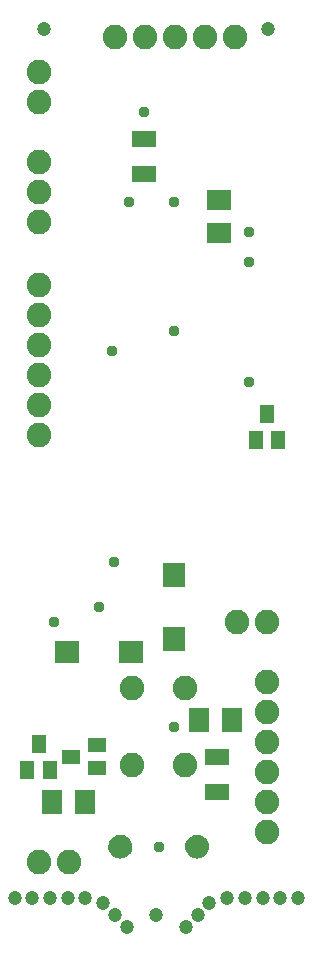
<source format=gbr>
G04 EAGLE Gerber RS-274X export*
G75*
%MOMM*%
%FSLAX34Y34*%
%LPD*%
%INSoldermask Bottom*%
%IPPOS*%
%AMOC8*
5,1,8,0,0,1.08239X$1,22.5*%
G01*
%ADD10C,1.203200*%
%ADD11R,2.018500X1.367800*%
%ADD12R,2.001300X1.928500*%
%ADD13R,1.928500X2.001300*%
%ADD14C,2.082800*%
%ADD15R,1.603200X1.203200*%
%ADD16R,1.203200X1.603200*%
%ADD17R,2.006200X1.803200*%
%ADD18R,1.803200X2.006200*%
%ADD19C,0.959600*%

G36*
X161247Y68109D02*
X161247Y68109D01*
X161290Y68121D01*
X161356Y68130D01*
X162973Y68584D01*
X163014Y68603D01*
X163042Y68612D01*
X163052Y68614D01*
X163056Y68616D01*
X163077Y68623D01*
X164591Y69351D01*
X164627Y69377D01*
X164686Y69407D01*
X166051Y70388D01*
X166082Y70420D01*
X166135Y70460D01*
X167309Y71662D01*
X167334Y71699D01*
X167379Y71747D01*
X168326Y73135D01*
X168344Y73176D01*
X168380Y73232D01*
X169072Y74763D01*
X169083Y74806D01*
X169109Y74867D01*
X169524Y76496D01*
X169527Y76540D01*
X169542Y76605D01*
X169668Y78280D01*
X169664Y78327D01*
X169666Y78399D01*
X169461Y80235D01*
X169447Y80281D01*
X169435Y80356D01*
X168875Y82117D01*
X168852Y82159D01*
X168826Y82231D01*
X167933Y83848D01*
X167903Y83886D01*
X167863Y83951D01*
X166672Y85363D01*
X166635Y85394D01*
X166583Y85450D01*
X165139Y86603D01*
X165097Y86626D01*
X165035Y86670D01*
X163394Y87519D01*
X163348Y87534D01*
X163279Y87565D01*
X161504Y88078D01*
X161456Y88083D01*
X161381Y88101D01*
X159541Y88257D01*
X159497Y88253D01*
X159432Y88257D01*
X157601Y88097D01*
X157555Y88084D01*
X157479Y88074D01*
X155715Y87560D01*
X155671Y87539D01*
X155599Y87514D01*
X153969Y86665D01*
X153931Y86636D01*
X153865Y86597D01*
X152432Y85447D01*
X152400Y85411D01*
X152343Y85360D01*
X151162Y83952D01*
X151138Y83911D01*
X151092Y83850D01*
X150882Y83468D01*
X150208Y82238D01*
X150193Y82193D01*
X150159Y82124D01*
X149607Y80371D01*
X149601Y80324D01*
X149581Y80250D01*
X149382Y78423D01*
X149385Y78377D01*
X149379Y78308D01*
X149502Y76632D01*
X149513Y76589D01*
X149519Y76523D01*
X149931Y74893D01*
X149949Y74853D01*
X149967Y74789D01*
X150655Y73256D01*
X150680Y73219D01*
X150709Y73159D01*
X151653Y71769D01*
X151684Y71737D01*
X151722Y71683D01*
X152893Y70477D01*
X152930Y70451D01*
X152977Y70405D01*
X154339Y69421D01*
X154380Y69402D01*
X154434Y69365D01*
X155947Y68632D01*
X155990Y68620D01*
X156001Y68615D01*
X156028Y68602D01*
X156033Y68601D01*
X156050Y68593D01*
X157667Y68135D01*
X157712Y68130D01*
X157776Y68114D01*
X159448Y67943D01*
X159496Y67947D01*
X159575Y67943D01*
X161247Y68109D01*
G37*
G36*
X96223Y68109D02*
X96223Y68109D01*
X96266Y68121D01*
X96332Y68130D01*
X97949Y68584D01*
X97990Y68603D01*
X98018Y68612D01*
X98028Y68614D01*
X98032Y68616D01*
X98053Y68623D01*
X99567Y69351D01*
X99603Y69377D01*
X99662Y69407D01*
X101027Y70388D01*
X101058Y70420D01*
X101111Y70460D01*
X102285Y71662D01*
X102310Y71699D01*
X102355Y71747D01*
X103302Y73135D01*
X103320Y73176D01*
X103356Y73232D01*
X104048Y74763D01*
X104059Y74806D01*
X104085Y74867D01*
X104500Y76496D01*
X104503Y76540D01*
X104518Y76605D01*
X104644Y78280D01*
X104640Y78327D01*
X104642Y78399D01*
X104437Y80235D01*
X104423Y80281D01*
X104411Y80356D01*
X103851Y82117D01*
X103828Y82159D01*
X103802Y82231D01*
X102909Y83848D01*
X102879Y83886D01*
X102839Y83951D01*
X101648Y85363D01*
X101611Y85394D01*
X101559Y85450D01*
X100115Y86603D01*
X100073Y86626D01*
X100011Y86670D01*
X98370Y87519D01*
X98324Y87534D01*
X98255Y87565D01*
X96480Y88078D01*
X96432Y88083D01*
X96357Y88101D01*
X94517Y88257D01*
X94473Y88253D01*
X94408Y88257D01*
X92577Y88097D01*
X92531Y88084D01*
X92455Y88074D01*
X90691Y87560D01*
X90647Y87539D01*
X90575Y87514D01*
X88945Y86665D01*
X88907Y86636D01*
X88841Y86597D01*
X87408Y85447D01*
X87376Y85411D01*
X87319Y85360D01*
X86138Y83952D01*
X86114Y83911D01*
X86068Y83850D01*
X85858Y83468D01*
X85184Y82238D01*
X85169Y82193D01*
X85135Y82124D01*
X84583Y80371D01*
X84577Y80324D01*
X84557Y80250D01*
X84358Y78423D01*
X84361Y78377D01*
X84355Y78308D01*
X84478Y76632D01*
X84489Y76589D01*
X84495Y76523D01*
X84907Y74893D01*
X84925Y74853D01*
X84943Y74789D01*
X85631Y73256D01*
X85656Y73219D01*
X85685Y73159D01*
X86629Y71769D01*
X86660Y71737D01*
X86698Y71683D01*
X87869Y70477D01*
X87906Y70451D01*
X87953Y70405D01*
X89315Y69421D01*
X89356Y69402D01*
X89410Y69365D01*
X90923Y68632D01*
X90966Y68620D01*
X90977Y68615D01*
X91004Y68602D01*
X91009Y68601D01*
X91026Y68593D01*
X92643Y68135D01*
X92688Y68130D01*
X92752Y68114D01*
X94424Y67943D01*
X94472Y67947D01*
X94551Y67943D01*
X96223Y68109D01*
G37*
D10*
X30000Y770000D03*
X220000Y770000D03*
X125000Y20000D03*
X5000Y35000D03*
X20000Y35000D03*
X35000Y35000D03*
X50000Y35000D03*
X65000Y35000D03*
X80000Y30000D03*
X90000Y20000D03*
X100000Y10000D03*
X245000Y35000D03*
X230000Y35000D03*
X215000Y35000D03*
X200000Y35000D03*
X185000Y35000D03*
X150000Y10000D03*
X160000Y20000D03*
X170000Y30000D03*
D11*
X114300Y677054D03*
X114300Y647546D03*
X176200Y124746D03*
X176200Y154254D03*
D12*
X103248Y243200D03*
X49152Y243200D03*
D13*
X139700Y254252D03*
X139700Y308348D03*
D14*
X218600Y268600D03*
X193200Y268600D03*
X218600Y90800D03*
X218600Y116200D03*
X218600Y141600D03*
X218600Y167000D03*
X218600Y192400D03*
X218600Y217800D03*
X25400Y65400D03*
X50800Y65400D03*
X89700Y763900D03*
X115100Y763900D03*
X140500Y763900D03*
X165900Y763900D03*
X191300Y763900D03*
X25400Y606900D03*
X25400Y632300D03*
X25400Y657700D03*
X25400Y708500D03*
X25400Y733900D03*
X25400Y553400D03*
X25400Y528000D03*
X25400Y502600D03*
X25400Y477200D03*
X25400Y451800D03*
X25400Y426400D03*
D15*
X52500Y154300D03*
X74500Y144800D03*
X74500Y163800D03*
D16*
X25400Y165300D03*
X15900Y143300D03*
X34900Y143300D03*
X218600Y444700D03*
X209100Y422700D03*
X228100Y422700D03*
D17*
X177800Y625720D03*
X177800Y597280D03*
D18*
X65020Y116200D03*
X36580Y116200D03*
D14*
X149606Y212212D03*
X149606Y147188D03*
X104394Y212212D03*
X104394Y147188D03*
D18*
X189220Y185000D03*
X160780Y185000D03*
D19*
X114300Y700400D03*
X139700Y624200D03*
X88900Y319400D03*
X139700Y179700D03*
X127000Y78100D03*
X38100Y268600D03*
X87571Y498000D03*
X140000Y515000D03*
X101600Y624200D03*
X203200Y471800D03*
X203200Y573400D03*
X203200Y598800D03*
X76200Y281300D03*
M02*

</source>
